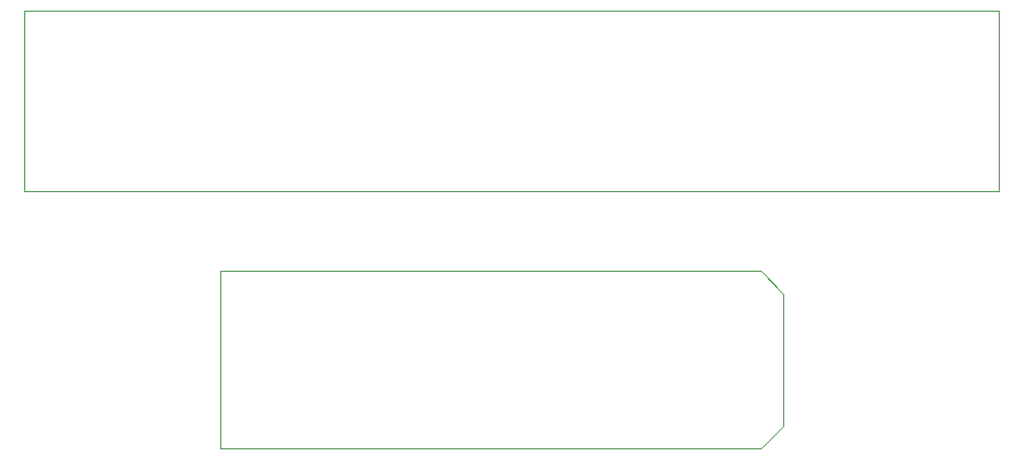
<source format=gbr>
%TF.GenerationSoftware,KiCad,Pcbnew,9.0.6*%
%TF.CreationDate,2025-12-31T19:41:11+01:00*%
%TF.ProjectId,Programmer_Sensor_Stencil,50726f67-7261-46d6-9d65-725f53656e73,rev?*%
%TF.SameCoordinates,Original*%
%TF.FileFunction,Profile,NP*%
%FSLAX46Y46*%
G04 Gerber Fmt 4.6, Leading zero omitted, Abs format (unit mm)*
G04 Created by KiCad (PCBNEW 9.0.6) date 2025-12-31 19:41:11*
%MOMM*%
%LPD*%
G01*
G04 APERTURE LIST*
%TA.AperFunction,Profile*%
%ADD10C,0.050000*%
%TD*%
G04 APERTURE END LIST*
D10*
X198891201Y-70190900D02*
X113890900Y-70190900D01*
X113890900Y-85938900D02*
X198891201Y-85938900D01*
X198891201Y-70190900D02*
X198891201Y-85938900D01*
X113890900Y-70190900D02*
X113890900Y-85938900D01*
X180100000Y-94930000D02*
X180100000Y-106430000D01*
X130985000Y-108400000D02*
X130985000Y-92900000D01*
X130985000Y-92900000D02*
X178100000Y-92900000D01*
X180100000Y-94930000D02*
X178100000Y-92900000D01*
X130985000Y-108400000D02*
X178100000Y-108400000D01*
X180100000Y-106430000D02*
X178100000Y-108400000D01*
M02*

</source>
